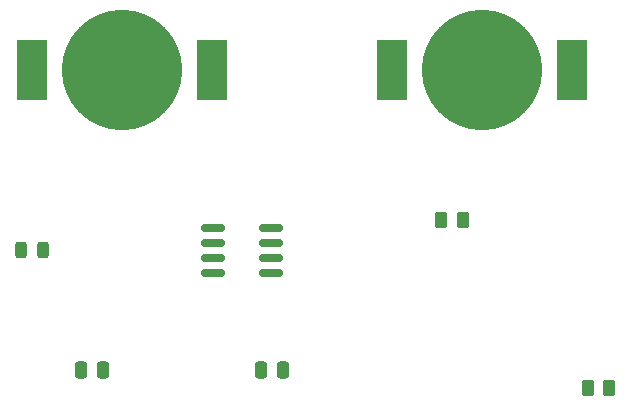
<source format=gbr>
%TF.GenerationSoftware,KiCad,Pcbnew,(6.0.2)*%
%TF.CreationDate,2022-02-27T09:47:09-08:00*%
%TF.ProjectId,intro project,696e7472-6f20-4707-926f-6a6563742e6b,rev?*%
%TF.SameCoordinates,Original*%
%TF.FileFunction,Soldermask,Top*%
%TF.FilePolarity,Negative*%
%FSLAX46Y46*%
G04 Gerber Fmt 4.6, Leading zero omitted, Abs format (unit mm)*
G04 Created by KiCad (PCBNEW (6.0.2)) date 2022-02-27 09:47:09*
%MOMM*%
%LPD*%
G01*
G04 APERTURE LIST*
G04 Aperture macros list*
%AMRoundRect*
0 Rectangle with rounded corners*
0 $1 Rounding radius*
0 $2 $3 $4 $5 $6 $7 $8 $9 X,Y pos of 4 corners*
0 Add a 4 corners polygon primitive as box body*
4,1,4,$2,$3,$4,$5,$6,$7,$8,$9,$2,$3,0*
0 Add four circle primitives for the rounded corners*
1,1,$1+$1,$2,$3*
1,1,$1+$1,$4,$5*
1,1,$1+$1,$6,$7*
1,1,$1+$1,$8,$9*
0 Add four rect primitives between the rounded corners*
20,1,$1+$1,$2,$3,$4,$5,0*
20,1,$1+$1,$4,$5,$6,$7,0*
20,1,$1+$1,$6,$7,$8,$9,0*
20,1,$1+$1,$8,$9,$2,$3,0*%
G04 Aperture macros list end*
%ADD10RoundRect,0.150000X-0.825000X-0.150000X0.825000X-0.150000X0.825000X0.150000X-0.825000X0.150000X0*%
%ADD11RoundRect,0.250000X-0.262500X-0.450000X0.262500X-0.450000X0.262500X0.450000X-0.262500X0.450000X0*%
%ADD12RoundRect,0.243750X-0.243750X-0.456250X0.243750X-0.456250X0.243750X0.456250X-0.243750X0.456250X0*%
%ADD13RoundRect,0.250000X-0.250000X-0.475000X0.250000X-0.475000X0.250000X0.475000X-0.250000X0.475000X0*%
%ADD14R,2.500000X5.100000*%
%ADD15C,10.200000*%
G04 APERTURE END LIST*
D10*
%TO.C,U1*%
X114365000Y-76835000D03*
X114365000Y-78105000D03*
X114365000Y-79375000D03*
X114365000Y-80645000D03*
X119315000Y-80645000D03*
X119315000Y-79375000D03*
X119315000Y-78105000D03*
X119315000Y-76835000D03*
%TD*%
D11*
%TO.C,R2*%
X146113214Y-90415480D03*
X147938214Y-90415480D03*
%TD*%
%TO.C,R1*%
X133707500Y-76200000D03*
X135532500Y-76200000D03*
%TD*%
D12*
%TO.C,D1*%
X99997500Y-78740000D03*
X98122500Y-78740000D03*
%TD*%
D13*
%TO.C,C2*%
X103190000Y-88900000D03*
X105090000Y-88900000D03*
%TD*%
%TO.C,C1*%
X120330000Y-88900000D03*
X118430000Y-88900000D03*
%TD*%
D14*
%TO.C,BT2*%
X114280000Y-63500000D03*
X99080000Y-63500000D03*
D15*
X106680000Y-63500000D03*
%TD*%
D14*
%TO.C,BT1*%
X144760000Y-63500000D03*
X129560000Y-63500000D03*
D15*
X137160000Y-63500000D03*
%TD*%
M02*

</source>
